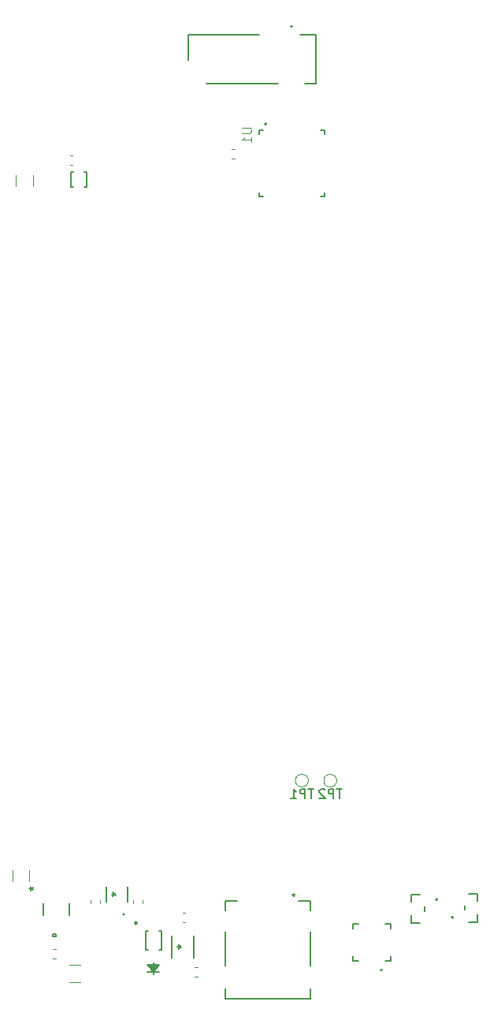
<source format=gbo>
G04 #@! TF.GenerationSoftware,KiCad,Pcbnew,(5.1.6-0-10_14)*
G04 #@! TF.CreationDate,2020-09-07T13:37:45-07:00*
G04 #@! TF.ProjectId,microgame2,6d696372-6f67-4616-9d65-322e6b696361,rev?*
G04 #@! TF.SameCoordinates,Original*
G04 #@! TF.FileFunction,Legend,Bot*
G04 #@! TF.FilePolarity,Positive*
%FSLAX46Y46*%
G04 Gerber Fmt 4.6, Leading zero omitted, Abs format (unit mm)*
G04 Created by KiCad (PCBNEW (5.1.6-0-10_14)) date 2020-09-07 13:37:45*
%MOMM*%
%LPD*%
G01*
G04 APERTURE LIST*
%ADD10C,0.250000*%
%ADD11C,0.127000*%
%ADD12C,0.200000*%
%ADD13C,0.152400*%
%ADD14C,0.120000*%
%ADD15C,0.150000*%
%ADD16C,0.015000*%
G04 APERTURE END LIST*
D10*
G04 #@! TO.C,J1*
X153050000Y-129250000D02*
G75*
G03*
X153050000Y-129250000I-100000J0D01*
G01*
D11*
X145550000Y-129940000D02*
X146850000Y-129940000D01*
X145550000Y-129940000D02*
X145550000Y-130950000D01*
X145550000Y-133250000D02*
X145550000Y-136850000D01*
X145550000Y-139350000D02*
X145550000Y-140440000D01*
X154750000Y-139350000D02*
X154750000Y-140440000D01*
X154750000Y-133250000D02*
X154750000Y-136850000D01*
X154750000Y-129940000D02*
X154750000Y-130950000D01*
X153450000Y-129940000D02*
X154750000Y-129940000D01*
X145550000Y-140440000D02*
X154750000Y-140440000D01*
G04 #@! TO.C,Q2*
X166530000Y-129230000D02*
X165600000Y-129230000D01*
X165600000Y-129230000D02*
X165600000Y-130030000D01*
X167000000Y-130980000D02*
X167000000Y-130520000D01*
X166530000Y-132270000D02*
X165600000Y-132270000D01*
X165600000Y-131470000D02*
X165600000Y-132270000D01*
D12*
X168400000Y-129750000D02*
G75*
G03*
X168400000Y-129750000I-100000J0D01*
G01*
D13*
G04 #@! TO.C,U2*
X135055300Y-128425167D02*
X135055300Y-129974833D01*
X132794700Y-129974833D02*
X132794700Y-128425167D01*
X134608136Y-131391546D02*
G75*
G02*
X134751200Y-131355000I66864J36546D01*
G01*
G04 #@! TO.C,U10*
X139818900Y-135981100D02*
X139818900Y-133618900D01*
X142181100Y-133618900D02*
X142181100Y-135981100D01*
G04 #@! TO.C,U5*
X128852000Y-130157740D02*
X128852000Y-131442260D01*
X125998000Y-131442260D02*
X125998000Y-130157740D01*
X127034500Y-133687853D02*
X127415500Y-133687853D01*
X127415500Y-133687853D02*
X127415500Y-133433853D01*
X127415500Y-133433853D02*
X127034500Y-133433853D01*
X127034500Y-133433853D02*
X127034500Y-133687853D01*
D14*
G04 #@! TO.C,C4*
X146575279Y-49190000D02*
X146249721Y-49190000D01*
X146575279Y-50210000D02*
X146249721Y-50210000D01*
G04 #@! TO.C,C20*
X142287221Y-137040000D02*
X142612779Y-137040000D01*
X142287221Y-138060000D02*
X142612779Y-138060000D01*
G04 #@! TO.C,C19*
X140987221Y-132235000D02*
X141312779Y-132235000D01*
X140987221Y-131215000D02*
X141312779Y-131215000D01*
D13*
G04 #@! TO.C,U7*
X129225589Y-53250100D02*
X128974100Y-53250100D01*
X130424411Y-51649900D02*
X130675900Y-51649900D01*
X130675900Y-51649900D02*
X130675900Y-53250100D01*
X128974100Y-51649900D02*
X129225589Y-51649900D01*
X128974100Y-53250100D02*
X128974100Y-51649900D01*
X130675900Y-53250100D02*
X130424411Y-53250100D01*
D11*
G04 #@! TO.C,U4*
X163335000Y-136350000D02*
X162790000Y-136350000D01*
X159335000Y-136350000D02*
X159880000Y-136350000D01*
X163335000Y-132350000D02*
X162790000Y-132350000D01*
X159335000Y-132350000D02*
X159880000Y-132350000D01*
X163335000Y-136350000D02*
X163335000Y-135805000D01*
X159335000Y-136350000D02*
X159335000Y-135805000D01*
X163335000Y-132350000D02*
X163335000Y-132895000D01*
X159335000Y-132350000D02*
X159335000Y-132895000D01*
D12*
X162435000Y-137325000D02*
G75*
G03*
X162435000Y-137325000I-100000J0D01*
G01*
D14*
G04 #@! TO.C,R8*
X130027064Y-138610000D02*
X128822936Y-138610000D01*
X130027064Y-136790000D02*
X128822936Y-136790000D01*
D13*
G04 #@! TO.C,D1*
X138449040Y-133113900D02*
X138725900Y-133113900D01*
X137300960Y-135171300D02*
X137024100Y-135171300D01*
X138725900Y-135171300D02*
X138449040Y-135171300D01*
X138725900Y-133113900D02*
X138725900Y-135171300D01*
X137024100Y-133113900D02*
X137300960Y-133113900D01*
X137024100Y-135171300D02*
X137024100Y-133113900D01*
X138510000Y-136733400D02*
X137240000Y-136733400D01*
X137875000Y-137495400D02*
X137748000Y-136733400D01*
X137875000Y-137495400D02*
X137621000Y-136733400D01*
X137875000Y-137495400D02*
X137494000Y-136733400D01*
X137875000Y-137495400D02*
X137367000Y-136733400D01*
X137875000Y-137495400D02*
X137240000Y-136733400D01*
X137875000Y-137495400D02*
X138002000Y-136733400D01*
X137875000Y-137495400D02*
X138129000Y-136733400D01*
X137875000Y-137495400D02*
X138256000Y-136733400D01*
X137875000Y-137495400D02*
X138383000Y-136733400D01*
X137875000Y-137495400D02*
X138510000Y-136733400D01*
X138510000Y-137495400D02*
X137240000Y-137495400D01*
X137875000Y-136479400D02*
X137875000Y-137749400D01*
D14*
G04 #@! TO.C,C15*
X129200279Y-49890000D02*
X128874721Y-49890000D01*
X129200279Y-50910000D02*
X128874721Y-50910000D01*
G04 #@! TO.C,C13*
X127400279Y-136110000D02*
X127074721Y-136110000D01*
X127400279Y-135090000D02*
X127074721Y-135090000D01*
G04 #@! TO.C,C7*
X131090000Y-130150279D02*
X131090000Y-129824721D01*
X132110000Y-130150279D02*
X132110000Y-129824721D01*
G04 #@! TO.C,C6*
X136685000Y-130150279D02*
X136685000Y-129824721D01*
X135665000Y-130150279D02*
X135665000Y-129824721D01*
D11*
G04 #@! TO.C,U1*
X149630000Y-47190000D02*
X149190000Y-47190000D01*
X149190000Y-47190000D02*
X149190000Y-47630000D01*
X155850000Y-47190000D02*
X156290000Y-47190000D01*
X156290000Y-47190000D02*
X156290000Y-47630000D01*
X155850000Y-54290000D02*
X156290000Y-54290000D01*
X156290000Y-54290000D02*
X156290000Y-53850000D01*
X149630000Y-54290000D02*
X149190000Y-54290000D01*
X149190000Y-54290000D02*
X149190000Y-53850000D01*
D12*
X150040000Y-46540000D02*
G75*
G03*
X150040000Y-46540000I-100000J0D01*
G01*
D11*
G04 #@! TO.C,E1*
X155360000Y-36930000D02*
X155360000Y-42160000D01*
X151265000Y-42160000D02*
X143555000Y-42160000D01*
X149260000Y-36930000D02*
X141610000Y-36930000D01*
X141610000Y-36930000D02*
X141610000Y-39690000D01*
D12*
X152810000Y-36060000D02*
G75*
G03*
X152810000Y-36060000I-100000J0D01*
G01*
D11*
X155360000Y-42160000D02*
X154155000Y-42160000D01*
X155360000Y-36930000D02*
X153630000Y-36930000D01*
D10*
G04 #@! TO.C,Q1*
X136111803Y-132275000D02*
G75*
G03*
X136111803Y-132275000I-111803J0D01*
G01*
D14*
G04 #@! TO.C,J2*
X124510000Y-127802064D02*
X124510000Y-126597936D01*
X122690000Y-127802064D02*
X122690000Y-126597936D01*
G04 #@! TO.C,J3*
X124910000Y-53202064D02*
X124910000Y-51997936D01*
X123090000Y-53202064D02*
X123090000Y-51997936D01*
D12*
G04 #@! TO.C,Q3*
X170100000Y-131650000D02*
G75*
G03*
X170100000Y-131650000I-100000J0D01*
G01*
D11*
X172700000Y-129930000D02*
X172700000Y-129130000D01*
X171770000Y-129130000D02*
X172700000Y-129130000D01*
X171300000Y-130420000D02*
X171300000Y-130880000D01*
X172700000Y-132170000D02*
X172700000Y-131370000D01*
X171770000Y-132170000D02*
X172700000Y-132170000D01*
D14*
G04 #@! TO.C,TP1*
X154525001Y-117000000D02*
G75*
G03*
X154525001Y-117000000I-700000J0D01*
G01*
G04 #@! TO.C,TP2*
X157575001Y-117000000D02*
G75*
G03*
X157575001Y-117000000I-700000J0D01*
G01*
G04 #@! TO.C,U2*
D15*
X133377380Y-129200000D02*
X133615476Y-129200000D01*
X133520238Y-128961904D02*
X133615476Y-129200000D01*
X133520238Y-129438095D01*
X133805952Y-129057142D02*
X133615476Y-129200000D01*
X133805952Y-129342857D01*
G04 #@! TO.C,U10*
X140452380Y-134800000D02*
X140690476Y-134800000D01*
X140595238Y-134561904D02*
X140690476Y-134800000D01*
X140595238Y-135038095D01*
X140880952Y-134657142D02*
X140690476Y-134800000D01*
X140880952Y-134942857D01*
G04 #@! TO.C,U5*
X124534482Y-128591089D02*
X124772578Y-128591089D01*
X124677340Y-128352993D02*
X124772578Y-128591089D01*
X124677340Y-128829184D01*
X124963054Y-128448231D02*
X124772578Y-128591089D01*
X124963054Y-128733946D01*
G04 #@! TO.C,U1*
D16*
X147366380Y-46930095D02*
X148175904Y-46930095D01*
X148271142Y-46977714D01*
X148318761Y-47025333D01*
X148366380Y-47120571D01*
X148366380Y-47311047D01*
X148318761Y-47406285D01*
X148271142Y-47453904D01*
X148175904Y-47501523D01*
X147366380Y-47501523D01*
X148366380Y-48501523D02*
X148366380Y-47930095D01*
X148366380Y-48215809D02*
X147366380Y-48215809D01*
X147509238Y-48120571D01*
X147604476Y-48025333D01*
X147652095Y-47930095D01*
G04 #@! TO.C,TP1*
D15*
X155086905Y-117900380D02*
X154515477Y-117900380D01*
X154801191Y-118900380D02*
X154801191Y-117900380D01*
X154182143Y-118900380D02*
X154182143Y-117900380D01*
X153801191Y-117900380D01*
X153705953Y-117948000D01*
X153658334Y-117995619D01*
X153610715Y-118090857D01*
X153610715Y-118233714D01*
X153658334Y-118328952D01*
X153705953Y-118376571D01*
X153801191Y-118424190D01*
X154182143Y-118424190D01*
X152658334Y-118900380D02*
X153229762Y-118900380D01*
X152944048Y-118900380D02*
X152944048Y-117900380D01*
X153039286Y-118043238D01*
X153134524Y-118138476D01*
X153229762Y-118186095D01*
G04 #@! TO.C,TP2*
X158136905Y-117900380D02*
X157565477Y-117900380D01*
X157851191Y-118900380D02*
X157851191Y-117900380D01*
X157232143Y-118900380D02*
X157232143Y-117900380D01*
X156851191Y-117900380D01*
X156755953Y-117948000D01*
X156708334Y-117995619D01*
X156660715Y-118090857D01*
X156660715Y-118233714D01*
X156708334Y-118328952D01*
X156755953Y-118376571D01*
X156851191Y-118424190D01*
X157232143Y-118424190D01*
X156279762Y-117995619D02*
X156232143Y-117948000D01*
X156136905Y-117900380D01*
X155898810Y-117900380D01*
X155803572Y-117948000D01*
X155755953Y-117995619D01*
X155708334Y-118090857D01*
X155708334Y-118186095D01*
X155755953Y-118328952D01*
X156327381Y-118900380D01*
X155708334Y-118900380D01*
G04 #@! TD*
M02*

</source>
